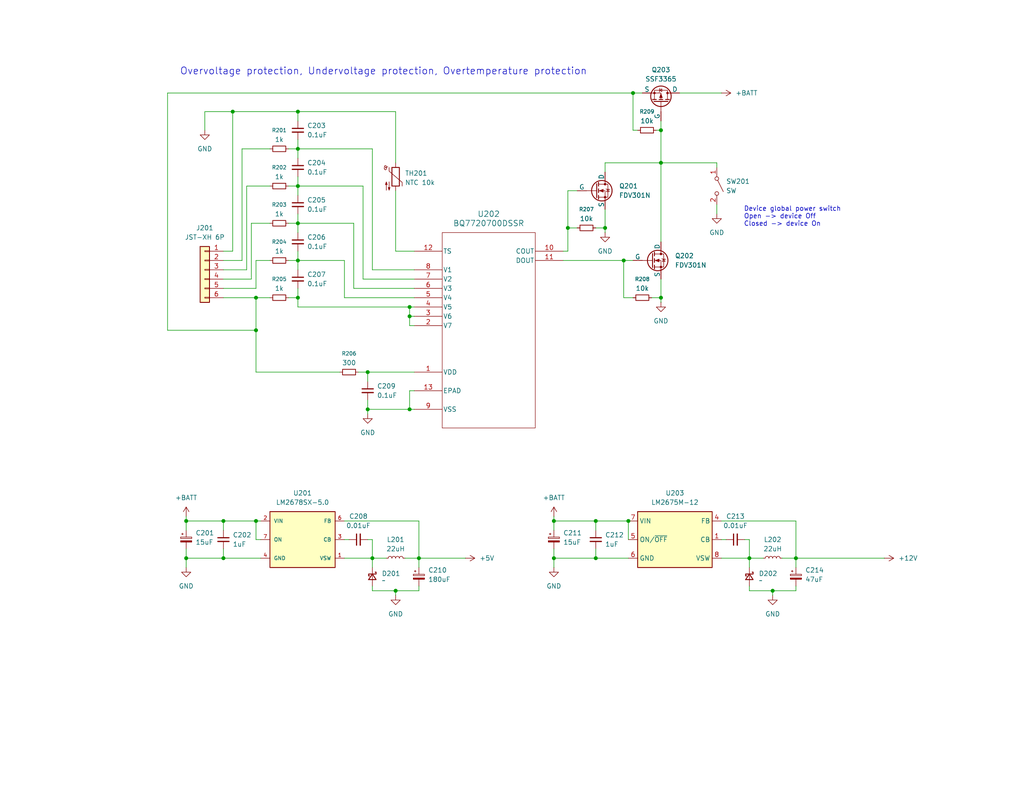
<source format=kicad_sch>
(kicad_sch (version 20250114) (generator "eeschema") (generator_version "9.0")
  (paper "USLetter")
  (title_block (title "Cyclops (Team 30)") (date "2025-11-28") (rev "2.1") (company "Concordia University, Department of Electrical and Computer Engineering"))
  (lib_symbols
    (symbol "BQ7720700DSSR:BQ7720700DSSR" (pin_names (offset 0.254))
      (property "Reference" "U" (at 20.32 10.16 0))
      (property "Value" "BQ7720700DSSR" (at 20.32 7.62 0))
      (symbol "BQ7720700DSSR_0_1"
        (polyline (pts (xy 7.62 5.08) (xy 7.62 -48.26)) (stroke (width 0.127)))
        (polyline (pts (xy 7.62 -48.26) (xy 33.02 -48.26)) (stroke (width 0.127)))
        (polyline (pts (xy 33.02 5.08) (xy 7.62 5.08)) (stroke (width 0.127)))
        (polyline (pts (xy 33.02 -48.26) (xy 33.02 5.08)) (stroke (width 0.127)))
        (pin input line (at 0 0 0) (length 7.62) (name "TS") (number "12"))
        (pin input line (at 0 -5.08 0) (length 7.62) (name "V1") (number "8"))
        (pin input line (at 0 -7.62 0) (length 7.62) (name "V2") (number "7"))
        (pin input line (at 0 -10.16 0) (length 7.62) (name "V3") (number "6"))
        (pin input line (at 0 -12.7 0) (length 7.62) (name "V4") (number "5"))
        (pin input line (at 0 -15.24 0) (length 7.62) (name "V5") (number "4"))
        (pin input line (at 0 -17.78 0) (length 7.62) (name "V6") (number "3"))
        (pin input line (at 0 -20.32 0) (length 7.62) (name "V7") (number "2"))
        (pin power_in line (at 0 -33.02 0) (length 7.62) (name "VDD") (number "1"))
        (pin power_out line (at 0 -38.1 0) (length 7.62) (name "EPAD") (number "13"))
        (pin power_out line (at 0 -43.18 0) (length 7.62) (name "VSS") (number "9"))
        (pin output line (at 40.64 0 180) (length 7.62) (name "COUT") (number "10"))
        (pin output line (at 40.64 -2.54 180) (length 7.62) (name "DOUT") (number "11"))
      )
    )
    (symbol "Connector_Generic:Conn_01x06" (pin_names (offset 1.016) (hide yes))
      (property "Reference" "J" (at 0 7.62 0))
      (property "Value" "Conn_01x06" (at 0 -10.16 0))
      (symbol "Conn_01x06_1_1"
        (rectangle (start -1.27 6.35) (end 1.27 -8.89) (stroke (width 0.254)) (fill (type background)))
        (rectangle (start -1.27 5.207) (end 0 4.953) (stroke (width 0.1524)))
        (rectangle (start -1.27 2.667) (end 0 2.413) (stroke (width 0.1524)))
        (rectangle (start -1.27 0.127) (end 0 -0.127) (stroke (width 0.1524)))
        (rectangle (start -1.27 -2.413) (end 0 -2.667) (stroke (width 0.1524)))
        (rectangle (start -1.27 -4.953) (end 0 -5.207) (stroke (width 0.1524)))
        (rectangle (start -1.27 -7.493) (end 0 -7.747) (stroke (width 0.1524)))
        (pin passive line (at -5.08 5.08 0) (length 3.81) (name "Pin_1") (number "1"))
        (pin passive line (at -5.08 2.54 0) (length 3.81) (name "Pin_2") (number "2"))
        (pin passive line (at -5.08 0 0) (length 3.81) (name "Pin_3") (number "3"))
        (pin passive line (at -5.08 -2.54 0) (length 3.81) (name "Pin_4") (number "4"))
        (pin passive line (at -5.08 -5.08 0) (length 3.81) (name "Pin_5") (number "5"))
        (pin passive line (at -5.08 -7.62 0) (length 3.81) (name "Pin_6") (number "6"))
      )
    )
    (symbol "Device:C_Polarized_Small" (pin_numbers (hide yes)) (pin_names (offset 0.254) (hide yes))
      (property "Reference" "C" (at 0.254 1.778 0))
      (property "Value" "C_Polarized_Small" (at 0.254 -2.032 0))
      (symbol "C_Polarized_Small_0_1"
        (rectangle (start -1.524 0.6858) (end 1.524 0.3048))
        (rectangle (start -1.524 -0.3048) (end 1.524 -0.6858) (fill (type outline)))
        (polyline (pts (xy -1.27 1.524) (xy -0.762 1.524)))
        (polyline (pts (xy -1.016 1.27) (xy -1.016 1.778)))
      )
      (symbol "C_Polarized_Small_1_1"
        (pin passive line (at 0 2.54 270) (length 1.8542) (name "~") (number "1"))
        (pin passive line (at 0 -2.54 90) (length 1.8542) (name "~") (number "2"))
      )
    )
    (symbol "Device:C_Small" (pin_numbers (hide yes)) (pin_names (offset 0.254) (hide yes))
      (property "Reference" "C" (at 0.254 1.778 0))
      (property "Value" "C_Small" (at 0.254 -2.032 0))
      (symbol "C_Small_0_1"
        (polyline (pts (xy -1.524 0.508) (xy 1.524 0.508)) (stroke (width 0.3048)))
        (polyline (pts (xy -1.524 -0.508) (xy 1.524 -0.508)) (stroke (width 0.3302)))
      )
      (symbol "C_Small_1_1"
        (pin passive line (at 0 2.54 270) (length 2.032) (name "~") (number "1"))
        (pin passive line (at 0 -2.54 90) (length 2.032) (name "~") (number "2"))
      )
    )
    (symbol "Device:D_Schottky_Small" (pin_numbers (hide yes)) (pin_names (offset 0.254) (hide yes))
      (property "Reference" "D" (at -1.27 2.032 0))
      (property "Value" "D_Schottky_Small" (at -7.112 -2.032 0))
      (symbol "D_Schottky_Small_0_1"
        (polyline (pts (xy -1.27 0.762) (xy -1.27 1.016) (xy -0.762 1.016) (xy -0.762 -1.016) (xy -0.254 -1.016) (xy -0.254 -0.762)) (stroke (width 0.254)))
        (polyline (pts (xy -0.762 0) (xy 0.762 0)))
        (polyline (pts (xy 0.762 -1.016) (xy -0.762 0) (xy 0.762 1.016) (xy 0.762 -1.016)) (stroke (width 0.254)))
      )
      (symbol "D_Schottky_Small_1_1"
        (pin passive line (at -2.54 0 0) (length 1.778) (name "K") (number "1"))
        (pin passive line (at 2.54 0 180) (length 1.778) (name "A") (number "2"))
      )
    )
    (symbol "Device:L_Small" (pin_numbers (hide yes)) (pin_names (offset 0.254) (hide yes))
      (property "Reference" "L" (at 0.762 1.016 0))
      (property "Value" "L_Small" (at 0.762 -1.016 0))
      (symbol "L_Small_0_1"
        (arc (start 0 2.032) (mid 0.5058 1.524) (end 0 1.016))
        (arc (start 0 1.016) (mid 0.5058 0.508) (end 0 0))
        (arc (start 0 0) (mid 0.5058 -0.508) (end 0 -1.016))
        (arc (start 0 -1.016) (mid 0.5058 -1.524) (end 0 -2.032))
      )
      (symbol "L_Small_1_1"
        (pin passive line (at 0 2.54 270) (length 0.508) (name "~") (number "1"))
        (pin passive line (at 0 -2.54 90) (length 0.508) (name "~") (number "2"))
      )
    )
    (symbol "Device:R_Small" (pin_numbers (hide yes)) (pin_names (offset 0.254) (hide yes))
      (property "Reference" "R" (at 0 0 90))
      (property "Value" "R_Small" (at 1.778 0 90))
      (symbol "R_Small_0_1"
        (rectangle (start -0.762 1.778) (end 0.762 -1.778) (stroke (width 0.2032)))
      )
      (symbol "R_Small_1_1"
        (pin passive line (at 0 2.54 270) (length 0.762) (name "~") (number "1"))
        (pin passive line (at 0 -2.54 90) (length 0.762) (name "~") (number "2"))
      )
    )
    (symbol "Device:Thermistor_NTC" (pin_numbers (hide yes)) (pin_names (offset 0))
      (property "Reference" "TH" (at -4.445 0 90))
      (property "Value" "Thermistor_NTC" (at 3.175 0 90))
      (symbol "Thermistor_NTC_0_1"
        (arc (start -3.175 2.413) (mid -3.0506 2.3165) (end -3.048 2.159))
        (arc (start -3.048 2.794) (mid -2.9736 2.9736) (end -2.794 3.048))
        (arc (start -2.794 3.048) (mid -2.6144 2.9736) (end -2.54 2.794))
        (arc (start -2.794 2.54) (mid -2.9736 2.6144) (end -3.048 2.794))
        (arc (start -2.794 1.905) (mid -2.9736 1.9794) (end -3.048 2.159))
        (arc (start -2.54 2.159) (mid -2.6144 1.9794) (end -2.794 1.905))
        (arc (start -2.159 2.794) (mid -2.434 2.5608) (end -2.794 2.54))
        (polyline (pts (xy -2.54 2.159) (xy -2.54 2.794)))
        (polyline (pts (xy -2.54 -3.683) (xy -2.54 -1.397) (xy -2.794 -2.159) (xy -2.286 -2.159) (xy -2.54 -1.397) (xy -2.54 -1.651)) (fill (type outline)))
        (polyline (pts (xy -1.778 2.54) (xy -1.778 1.524) (xy 1.778 -1.524) (xy 1.778 -2.54)))
        (polyline (pts (xy -1.778 -1.397) (xy -1.778 -3.683) (xy -2.032 -2.921) (xy -1.524 -2.921) (xy -1.778 -3.683) (xy -1.778 -3.429)) (fill (type outline)))
        (rectangle (start -1.016 2.54) (end 1.016 -2.54) (stroke (width 0.254)))
      )
      (symbol "Thermistor_NTC_1_1"
        (pin passive line (at 0 3.81 270) (length 1.27) (name "~") (number "1"))
        (pin passive line (at 0 -3.81 90) (length 1.27) (name "~") (number "2"))
      )
    )
    (symbol "LM2678:LM2678" (pin_names (offset 1.016))
      (property "Reference" "IC" (at -7.62 8.28 0))
      (property "Value" "LM2678" (at -7.62 -10.16 0))
      (symbol "LM2678_0_0"
        (rectangle (start -7.62 -7.62) (end 10.16 7.62) (stroke (width 0.254)) (fill (type background)))
        (pin power_in line (at -10.16 5.08 0) (length 2.54) (name "VIN") (number "2"))
        (pin passive line (at -10.16 0 0) (length 2.54) (name "ON") (number "7"))
        (pin power_in line (at -10.16 -5.08 0) (length 2.54) (name "GND") (number "4"))
        (pin input line (at 12.7 5.08 180) (length 2.54) (name "FB") (number "6"))
        (pin input line (at 12.7 0 180) (length 2.54) (name "CB") (number "3"))
        (pin output line (at 12.7 -5.08 180) (length 2.54) (name "VSW") (number "1"))
      )
    )
    (symbol "Regulator_Switching:LM2675M-12"
      (property "Reference" "U201" (at 0 12.7 0))
      (property "Value" "LM2675M-12" (at 0 10.16 0))
      (symbol "LM2675M-12_0_1"
        (rectangle (start -10.16 7.62) (end 10.16 -7.62) (stroke (width 0.254)) (fill (type background)))
      )
      (symbol "LM2675M-12_1_1"
        (pin power_in line (at -12.7 5.08 0) (length 2.54) (name "VIN") (number "7"))
        (pin input line (at -12.7 0 0) (length 2.54) (name "ON/~{OFF}") (number "5"))
        (pin power_in line (at -12.7 -5.08 0) (length 2.54) (name "GND") (number "6"))
        (pin no_connect line (at -10.16 -2.54 0) (length 2.54) (hide yes) (name "NC") (number "2"))
        (pin no_connect line (at -10.16 -5.08 0) (length 2.54) (hide yes) (name "NC") (number "3"))
        (pin input line (at 12.7 5.08 180) (length 2.54) (name "FB") (number "4"))
        (pin input line (at 12.7 0 180) (length 2.54) (name "CB") (number "1"))
        (pin output line (at 12.7 -5.08 180) (length 2.54) (name "VSW") (number "8"))
      )
    )
    (symbol "Simulation_SPICE:NMOS" (pin_numbers (hide yes)) (pin_names (offset 0))
      (property "Reference" "Q" (at 5.08 1.27 0))
      (property "Value" "NMOS" (at 5.08 -1.27 0))
      (symbol "NMOS_0_1"
        (polyline (pts (xy 0.254 1.905) (xy 0.254 -1.905)) (stroke (width 0.254)))
        (polyline (pts (xy 0.254 0) (xy -2.54 0)))
        (polyline (pts (xy 0.762 2.286) (xy 0.762 1.27)) (stroke (width 0.254)))
        (polyline (pts (xy 0.762 0.508) (xy 0.762 -0.508)) (stroke (width 0.254)))
        (polyline (pts (xy 0.762 -1.27) (xy 0.762 -2.286)) (stroke (width 0.254)))
        (polyline (pts (xy 0.762 -1.778) (xy 3.302 -1.778) (xy 3.302 1.778) (xy 0.762 1.778)))
        (polyline (pts (xy 1.016 0) (xy 2.032 0.381) (xy 2.032 -0.381) (xy 1.016 0)) (fill (type outline)))
        (circle (center 1.651 0) (radius 2.794) (stroke (width 0.254)))
        (polyline (pts (xy 2.54 2.54) (xy 2.54 1.778)))
        (circle (center 2.54 1.778) (radius 0.254) (fill (type outline)))
        (circle (center 2.54 -1.778) (radius 0.254) (fill (type outline)))
        (polyline (pts (xy 2.54 -2.54) (xy 2.54 0) (xy 0.762 0)))
        (polyline (pts (xy 2.794 0.508) (xy 2.921 0.381) (xy 3.683 0.381) (xy 3.81 0.254)))
        (polyline (pts (xy 3.302 0.381) (xy 2.921 -0.254) (xy 3.683 -0.254) (xy 3.302 0.381)))
      )
      (symbol "NMOS_1_1"
        (pin input line (at -5.08 0 0) (length 2.54) (name "G") (number "2"))
        (pin passive line (at 2.54 5.08 270) (length 2.54) (name "D") (number "1"))
        (pin passive line (at 2.54 -5.08 90) (length 2.54) (name "S") (number "3"))
      )
    )
    (symbol "Simulation_SPICE:PMOS" (pin_numbers (hide yes)) (pin_names (offset 0))
      (property "Reference" "Q" (at 5.08 1.27 0))
      (property "Value" "PMOS" (at 5.08 -1.27 0))
      (symbol "PMOS_0_1"
        (polyline (pts (xy 0.254 1.905) (xy 0.254 -1.905)) (stroke (width 0.254)))
        (polyline (pts (xy 0.254 0) (xy -2.54 0)))
        (polyline (pts (xy 0.762 2.286) (xy 0.762 1.27)) (stroke (width 0.254)))
        (polyline (pts (xy 0.762 1.778) (xy 3.302 1.778) (xy 3.302 -1.778) (xy 0.762 -1.778)))
        (polyline (pts (xy 0.762 0.508) (xy 0.762 -0.508)) (stroke (width 0.254)))
        (polyline (pts (xy 0.762 -1.27) (xy 0.762 -2.286)) (stroke (width 0.254)))
        (circle (center 1.651 0) (radius 2.794) (stroke (width 0.254)))
        (polyline (pts (xy 2.286 0) (xy 1.27 0.381) (xy 1.27 -0.381) (xy 2.286 0)) (fill (type outline)))
        (polyline (pts (xy 2.54 2.54) (xy 2.54 1.778)))
        (circle (center 2.54 1.778) (radius 0.254) (fill (type outline)))
        (circle (center 2.54 -1.778) (radius 0.254) (fill (type outline)))
        (polyline (pts (xy 2.54 -2.54) (xy 2.54 0) (xy 0.762 0)))
        (polyline (pts (xy 2.794 -0.508) (xy 2.921 -0.381) (xy 3.683 -0.381) (xy 3.81 -0.254)))
        (polyline (pts (xy 3.302 -0.381) (xy 2.921 0.254) (xy 3.683 0.254) (xy 3.302 -0.381)))
      )
      (symbol "PMOS_1_1"
        (pin input line (at -5.08 0 0) (length 2.54) (name "G") (number "2"))
        (pin passive line (at 2.54 5.08 270) (length 2.54) (name "D") (number "1"))
        (pin passive line (at 2.54 -5.08 90) (length 2.54) (name "S") (number "3"))
      )
    )
    (symbol "Switch:SW_SPST" (pin_names (offset 0) (hide yes))
      (property "Reference" "SW" (at 0 3.175 0))
      (property "Value" "SW_SPST" (at 0 -2.54 0))
      (symbol "SW_SPST_0_0"
        (circle (center -2.032 0) (radius 0.508))
        (polyline (pts (xy -1.524 0.254) (xy 1.524 1.778)))
        (circle (center 2.032 0) (radius 0.508))
      )
      (symbol "SW_SPST_1_1"
        (pin passive line (at -5.08 0 0) (length 2.54) (name "A") (number "1"))
        (pin passive line (at 5.08 0 180) (length 2.54) (name "B") (number "2"))
      )
    )
    (symbol "power:+12V" (power) (pin_numbers (hide yes)) (pin_names (offset 0) (hide yes))
      (property "Value" "+12V" (at 0 3.556 0))
      (symbol "+12V_0_1"
        (polyline (pts (xy -0.762 1.27) (xy 0 2.54)))
        (polyline (pts (xy 0 2.54) (xy 0.762 1.27)))
        (polyline (pts (xy 0 0) (xy 0 2.54)))
      )
      (symbol "+12V_1_1"
        (pin power_in line (at 0 0 90) (length 0) (name "~") (number "1"))
      )
    )
    (symbol "power:+5V" (power) (pin_numbers (hide yes)) (pin_names (offset 0) (hide yes))
      (property "Value" "+5V" (at 0 3.556 0))
      (symbol "+5V_0_1"
        (polyline (pts (xy -0.762 1.27) (xy 0 2.54)))
        (polyline (pts (xy 0 2.54) (xy 0.762 1.27)))
        (polyline (pts (xy 0 0) (xy 0 2.54)))
      )
      (symbol "+5V_1_1"
        (pin power_in line (at 0 0 90) (length 0) (name "~") (number "1"))
      )
    )
    (symbol "power:+BATT" (power) (pin_numbers (hide yes)) (pin_names (offset 0) (hide yes))
      (property "Value" "+BATT" (at 0 3.556 0))
      (symbol "+BATT_0_1"
        (polyline (pts (xy -0.762 1.27) (xy 0 2.54)))
        (polyline (pts (xy 0 2.54) (xy 0.762 1.27)))
        (polyline (pts (xy 0 0) (xy 0 2.54)))
      )
      (symbol "+BATT_1_1"
        (pin power_in line (at 0 0 90) (length 0) (name "~") (number "1"))
      )
    )
    (symbol "power:GND" (power) (pin_numbers (hide yes)) (pin_names (offset 0) (hide yes))
      (property "Value" "GND" (at 0 -3.81 0))
      (symbol "GND_0_1"
        (polyline (pts (xy 0 0) (xy 0 -1.27) (xy 1.27 -1.27) (xy 0 -2.54) (xy -1.27 -1.27) (xy 0 -1.27)))
      )
      (symbol "GND_1_1"
        (pin power_in line (at 0 0 270) (length 0) (name "~") (number "1"))
      )
    )
  )
  (text "Overvoltage protection, Undervoltage protection, Overtemperature protection" (at 104.648 19.558 0) (effects (font (size 1.905 1.905))))
  (text "Device global power switch\nOpen -> device Off\nClosed -> device On" (at 202.946 59.182 0) (effects (font (size 1.27 1.27)) (justify left)))
  (junction (at 111.76 86.36))
  (junction (at 107.95 161.29))
  (junction (at 63.5 30.48))
  (junction (at 210.82 161.29))
  (junction (at 81.28 81.28))
  (junction (at 69.85 81.28))
  (junction (at 111.76 83.82))
  (junction (at 81.28 50.8))
  (junction (at 101.6 152.4))
  (junction (at 114.3 152.4))
  (junction (at 81.28 71.12))
  (junction (at 172.72 25.4))
  (junction (at 50.8 152.4))
  (junction (at 69.85 142.24))
  (junction (at 60.96 152.4))
  (junction (at 180.34 81.28))
  (junction (at 162.56 142.24))
  (junction (at 100.33 101.6))
  (junction (at 81.28 60.96))
  (junction (at 170.18 71.12))
  (junction (at 154.94 62.23))
  (junction (at 81.28 40.64))
  (junction (at 69.85 90.17))
  (junction (at 50.8 142.24))
  (junction (at 111.76 111.76))
  (junction (at 151.13 142.24))
  (junction (at 81.28 30.48))
  (junction (at 60.96 142.24))
  (junction (at 151.13 152.4))
  (junction (at 180.34 44.45))
  (junction (at 165.1 62.23))
  (junction (at 100.33 111.76))
  (junction (at 162.56 152.4))
  (junction (at 217.17 152.4))
  (junction (at 180.34 35.56))
  (junction (at 171.45 142.24))
  (junction (at 204.47 152.4))
  (wire (pts (xy 151.13 140.97) (xy 151.13 142.24)))
  (wire (pts (xy 107.95 44.45) (xy 107.95 30.48)))
  (wire (pts (xy 113.03 81.28) (xy 93.98 81.28)))
  (wire (pts (xy 217.17 161.29) (xy 210.82 161.29)))
  (wire (pts (xy 50.8 140.97) (xy 50.8 142.24)))
  (wire (pts (xy 107.95 30.48) (xy 81.28 30.48)))
  (wire (pts (xy 69.85 78.74) (xy 60.96 78.74)))
  (wire (pts (xy 172.72 25.4) (xy 172.72 35.56)))
  (wire (pts (xy 114.3 152.4) (xy 127 152.4)))
  (wire (pts (xy 101.6 73.66) (xy 101.6 40.64)))
  (wire (pts (xy 151.13 149.86) (xy 151.13 152.4)))
  (wire (pts (xy 69.85 142.24) (xy 69.85 147.32)))
  (wire (pts (xy 210.82 161.29) (xy 210.82 162.56)))
  (wire (pts (xy 93.98 152.4) (xy 101.6 152.4)))
  (wire (pts (xy 195.58 58.42) (xy 195.58 55.88)))
  (wire (pts (xy 151.13 142.24) (xy 151.13 144.78)))
  (wire (pts (xy 69.85 90.17) (xy 45.72 90.17)))
  (wire (pts (xy 67.31 73.66) (xy 67.31 50.8)))
  (wire (pts (xy 60.96 71.12) (xy 66.04 71.12)))
  (wire (pts (xy 217.17 142.24) (xy 217.17 152.4)))
  (wire (pts (xy 101.6 160.02) (xy 101.6 161.29)))
  (wire (pts (xy 81.28 60.96) (xy 96.52 60.96)))
  (wire (pts (xy 60.96 68.58) (xy 63.5 68.58)))
  (wire (pts (xy 69.85 71.12) (xy 69.85 78.74)))
  (wire (pts (xy 195.58 45.72) (xy 195.58 44.45)))
  (wire (pts (xy 60.96 149.86) (xy 60.96 152.4)))
  (wire (pts (xy 151.13 142.24) (xy 162.56 142.24)))
  (wire (pts (xy 113.03 76.2) (xy 99.06 76.2)))
  (wire (pts (xy 196.85 152.4) (xy 204.47 152.4)))
  (wire (pts (xy 78.74 40.64) (xy 81.28 40.64)))
  (wire (pts (xy 111.76 88.9) (xy 113.03 88.9)))
  (wire (pts (xy 50.8 142.24) (xy 60.96 142.24)))
  (wire (pts (xy 105.41 152.4) (xy 101.6 152.4)))
  (wire (pts (xy 101.6 147.32) (xy 101.6 152.4)))
  (wire (pts (xy 99.06 50.8) (xy 99.06 76.2)))
  (wire (pts (xy 113.03 68.58) (xy 107.95 68.58)))
  (wire (pts (xy 111.76 111.76) (xy 113.03 111.76)))
  (wire (pts (xy 107.95 52.07) (xy 107.95 68.58)))
  (wire (pts (xy 162.56 142.24) (xy 171.45 142.24)))
  (wire (pts (xy 81.28 83.82) (xy 81.28 81.28)))
  (wire (pts (xy 170.18 71.12) (xy 172.72 71.12)))
  (wire (pts (xy 68.58 60.96) (xy 73.66 60.96)))
  (wire (pts (xy 113.03 73.66) (xy 101.6 73.66)))
  (wire (pts (xy 93.98 71.12) (xy 81.28 71.12)))
  (wire (pts (xy 81.28 48.26) (xy 81.28 50.8)))
  (wire (pts (xy 217.17 160.02) (xy 217.17 161.29)))
  (wire (pts (xy 107.95 161.29) (xy 101.6 161.29)))
  (wire (pts (xy 113.03 106.68) (xy 111.76 106.68)))
  (wire (pts (xy 45.72 25.4) (xy 172.72 25.4)))
  (wire (pts (xy 107.95 161.29) (xy 107.95 162.56)))
  (wire (pts (xy 101.6 40.64) (xy 81.28 40.64)))
  (wire (pts (xy 100.33 101.6) (xy 113.03 101.6)))
  (wire (pts (xy 81.28 53.34) (xy 81.28 50.8)))
  (wire (pts (xy 114.3 152.4) (xy 114.3 154.94)))
  (wire (pts (xy 50.8 149.86) (xy 50.8 152.4)))
  (wire (pts (xy 78.74 50.8) (xy 81.28 50.8)))
  (wire (pts (xy 101.6 152.4) (xy 101.6 154.94)))
  (wire (pts (xy 63.5 30.48) (xy 81.28 30.48)))
  (wire (pts (xy 172.72 81.28) (xy 170.18 81.28)))
  (wire (pts (xy 69.85 101.6) (xy 92.71 101.6)))
  (wire (pts (xy 154.94 62.23) (xy 157.48 62.23)))
  (wire (pts (xy 165.1 46.99) (xy 165.1 44.45)))
  (wire (pts (xy 180.34 81.28) (xy 180.34 82.55)))
  (wire (pts (xy 217.17 152.4) (xy 217.17 154.94)))
  (wire (pts (xy 165.1 44.45) (xy 180.34 44.45)))
  (wire (pts (xy 100.33 101.6) (xy 100.33 104.14)))
  (wire (pts (xy 81.28 83.82) (xy 111.76 83.82)))
  (wire (pts (xy 93.98 142.24) (xy 114.3 142.24)))
  (wire (pts (xy 171.45 142.24) (xy 171.45 147.32)))
  (wire (pts (xy 60.96 73.66) (xy 67.31 73.66)))
  (wire (pts (xy 81.28 60.96) (xy 81.28 63.5)))
  (wire (pts (xy 96.52 60.96) (xy 96.52 78.74)))
  (wire (pts (xy 63.5 68.58) (xy 63.5 30.48)))
  (wire (pts (xy 100.33 109.22) (xy 100.33 111.76)))
  (wire (pts (xy 55.88 35.56) (xy 55.88 30.48)))
  (wire (pts (xy 173.99 35.56) (xy 172.72 35.56)))
  (wire (pts (xy 196.85 142.24) (xy 217.17 142.24)))
  (wire (pts (xy 162.56 149.86) (xy 162.56 152.4)))
  (wire (pts (xy 111.76 106.68) (xy 111.76 111.76)))
  (wire (pts (xy 81.28 58.42) (xy 81.28 60.96)))
  (wire (pts (xy 50.8 142.24) (xy 50.8 144.78)))
  (wire (pts (xy 60.96 76.2) (xy 68.58 76.2)))
  (wire (pts (xy 78.74 60.96) (xy 81.28 60.96)))
  (wire (pts (xy 180.34 33.02) (xy 180.34 35.56)))
  (wire (pts (xy 81.28 50.8) (xy 99.06 50.8)))
  (wire (pts (xy 111.76 83.82) (xy 113.03 83.82)))
  (wire (pts (xy 185.42 25.4) (xy 196.85 25.4)))
  (wire (pts (xy 208.28 152.4) (xy 204.47 152.4)))
  (wire (pts (xy 217.17 152.4) (xy 241.3 152.4)))
  (wire (pts (xy 81.28 38.1) (xy 81.28 40.64)))
  (wire (pts (xy 162.56 142.24) (xy 162.56 144.78)))
  (wire (pts (xy 60.96 142.24) (xy 69.85 142.24)))
  (wire (pts (xy 45.72 90.17) (xy 45.72 25.4)))
  (wire (pts (xy 204.47 147.32) (xy 204.47 152.4)))
  (wire (pts (xy 177.8 81.28) (xy 180.34 81.28)))
  (wire (pts (xy 154.94 52.07) (xy 154.94 62.23)))
  (wire (pts (xy 198.12 147.32) (xy 196.85 147.32)))
  (wire (pts (xy 67.31 50.8) (xy 73.66 50.8)))
  (wire (pts (xy 71.12 152.4) (xy 60.96 152.4)))
  (wire (pts (xy 210.82 161.29) (xy 204.47 161.29)))
  (wire (pts (xy 203.2 147.32) (xy 204.47 147.32)))
  (wire (pts (xy 69.85 90.17) (xy 69.85 101.6)))
  (wire (pts (xy 100.33 113.03) (xy 100.33 111.76)))
  (wire (pts (xy 60.96 142.24) (xy 60.96 144.78)))
  (wire (pts (xy 100.33 111.76) (xy 111.76 111.76)))
  (wire (pts (xy 69.85 81.28) (xy 69.85 90.17)))
  (wire (pts (xy 66.04 71.12) (xy 66.04 40.64)))
  (wire (pts (xy 114.3 142.24) (xy 114.3 152.4)))
  (wire (pts (xy 154.94 62.23) (xy 154.94 68.58)))
  (wire (pts (xy 95.25 147.32) (xy 93.98 147.32)))
  (wire (pts (xy 179.07 35.56) (xy 180.34 35.56)))
  (wire (pts (xy 204.47 160.02) (xy 204.47 161.29)))
  (wire (pts (xy 165.1 62.23) (xy 165.1 57.15)))
  (wire (pts (xy 71.12 142.24) (xy 69.85 142.24)))
  (wire (pts (xy 81.28 68.58) (xy 81.28 71.12)))
  (wire (pts (xy 180.34 44.45) (xy 195.58 44.45)))
  (wire (pts (xy 78.74 71.12) (xy 81.28 71.12)))
  (wire (pts (xy 153.67 71.12) (xy 170.18 71.12)))
  (wire (pts (xy 55.88 30.48) (xy 63.5 30.48)))
  (wire (pts (xy 69.85 81.28) (xy 73.66 81.28)))
  (wire (pts (xy 93.98 81.28) (xy 93.98 71.12)))
  (wire (pts (xy 111.76 83.82) (xy 111.76 86.36)))
  (wire (pts (xy 180.34 76.2) (xy 180.34 81.28)))
  (wire (pts (xy 162.56 62.23) (xy 165.1 62.23)))
  (wire (pts (xy 157.48 52.07) (xy 154.94 52.07)))
  (wire (pts (xy 154.94 68.58) (xy 153.67 68.58)))
  (wire (pts (xy 68.58 76.2) (xy 68.58 60.96)))
  (wire (pts (xy 96.52 78.74) (xy 113.03 78.74)))
  (wire (pts (xy 114.3 161.29) (xy 107.95 161.29)))
  (wire (pts (xy 81.28 30.48) (xy 81.28 33.02)))
  (wire (pts (xy 110.49 152.4) (xy 114.3 152.4)))
  (wire (pts (xy 151.13 152.4) (xy 151.13 154.94)))
  (wire (pts (xy 213.36 152.4) (xy 217.17 152.4)))
  (wire (pts (xy 162.56 152.4) (xy 171.45 152.4)))
  (wire (pts (xy 111.76 86.36) (xy 113.03 86.36)))
  (wire (pts (xy 73.66 71.12) (xy 69.85 71.12)))
  (wire (pts (xy 172.72 25.4) (xy 175.26 25.4)))
  (wire (pts (xy 71.12 147.32) (xy 69.85 147.32)))
  (wire (pts (xy 165.1 63.5) (xy 165.1 62.23)))
  (wire (pts (xy 97.79 101.6) (xy 100.33 101.6)))
  (wire (pts (xy 66.04 40.64) (xy 73.66 40.64)))
  (wire (pts (xy 114.3 160.02) (xy 114.3 161.29)))
  (wire (pts (xy 100.33 147.32) (xy 101.6 147.32)))
  (wire (pts (xy 180.34 44.45) (xy 180.34 66.04)))
  (wire (pts (xy 50.8 152.4) (xy 60.96 152.4)))
  (wire (pts (xy 81.28 43.18) (xy 81.28 40.64)))
  (wire (pts (xy 78.74 81.28) (xy 81.28 81.28)))
  (wire (pts (xy 111.76 88.9) (xy 111.76 86.36)))
  (wire (pts (xy 60.96 81.28) (xy 69.85 81.28)))
  (wire (pts (xy 50.8 152.4) (xy 50.8 154.94)))
  (wire (pts (xy 81.28 78.74) (xy 81.28 81.28)))
  (wire (pts (xy 81.28 73.66) (xy 81.28 71.12)))
  (wire (pts (xy 180.34 35.56) (xy 180.34 44.45)))
  (wire (pts (xy 151.13 152.4) (xy 162.56 152.4)))
  (wire (pts (xy 170.18 71.12) (xy 170.18 81.28)))
  (wire (pts (xy 204.47 152.4) (xy 204.47 154.94)))
  (symbol (lib_id "power:+BATT") (at 151.13 140.97 0) (unit 1)
    (property "Reference" "#PWR0207" (effects (hide yes)))
    (property "Value" "+BATT" (at 151.13 135.89 0))
    (property "Description" "Power symbol creates a global label with name \"+BATT\"" (effects (hide yes)))
  )
  (symbol (lib_id "Device:C_Polarized_Small") (at 217.17 157.48 0) (unit 1)
    (property "Reference" "C214" (at 219.71 155.6638 0) (effects (justify left)))
    (property "Value" "47uF" (at 219.71 158.2038 0) (effects (justify left)))
    (property "Footprint" "Capacitor_SMD:C_1206_3216Metric_Pad1.33x1.80mm_HandSolder" (effects (hide yes)))
    (property "Description" "Polarized capacitor, small symbol" (effects (hide yes)))
  )
  (symbol (lib_id "Device:R_Small") (at 76.2 71.12 90) (unit 1)
    (property "Reference" "R204" (at 76.2 66.04 90) (effects (font (size 1.016 1.016))))
    (property "Value" "1k" (at 76.2 68.58 90))
    (property "Footprint" "Resistor_SMD:R_1206_3216Metric_Pad1.30x1.75mm_HandSolder" (effects (hide yes)))
    (property "Description" "Resistor, small symbol" (effects (hide yes)))
  )
  (symbol (lib_id "Device:R_Small") (at 175.26 81.28 90) (unit 1)
    (property "Reference" "R208" (at 175.26 76.2 90) (effects (font (size 1.016 1.016))))
    (property "Value" "10k" (at 175.26 78.74 90))
    (property "Footprint" "Resistor_SMD:R_1206_3216Metric_Pad1.30x1.75mm_HandSolder" (effects (hide yes)))
    (property "Description" "Resistor, small symbol" (effects (hide yes)))
  )
  (symbol (lib_id "Simulation_SPICE:NMOS") (at 177.8 71.12 0) (unit 1)
    (property "Reference" "Q202" (at 184.15 69.8499 0) (effects (justify left)))
    (property "Value" "FDV301N" (at 184.15 72.3899 0) (effects (justify left)))
    (property "Footprint" "Package_TO_SOT_SMD:SOT-23-3" (effects (hide yes)))
    (property "Datasheet" "https://ngspice.sourceforge.io/docs/ngspice-html-manual/manual.xhtml#cha_MOSFETs" (effects (hide yes)))
    (property "Description" "N-MOSFET transistor, drain/source/gate" (effects (hide yes)))
    (property "Sim.Device" "NMOS" (effects (hide yes)))
    (property "Sim.Type" "VDMOS" (effects (hide yes)))
    (property "Sim.Pins" "1=D 2=G 3=S" (effects (hide yes)))
  )
  (symbol (lib_id "Device:C_Small") (at 81.28 76.2 0) (unit 1)
    (property "Reference" "C207" (at 83.82 74.9362 0) (effects (justify left)))
    (property "Value" "0.1uF" (at 83.82 77.4762 0) (effects (justify left)))
    (property "Footprint" "Capacitor_SMD:C_1206_3216Metric_Pad1.33x1.80mm_HandSolder" (effects (hide yes)))
    (property "Description" "Unpolarized capacitor, small symbol" (effects (hide yes)))
  )
  (symbol (lib_id "power:GND") (at 165.1 63.5 0) (unit 1)
    (property "Reference" "#PWR0209" (effects (hide yes)))
    (property "Value" "GND" (at 165.1 68.58 0))
    (property "Description" "Power symbol creates a global label with name \"GND\" , ground" (effects (hide yes)))
  )
  (symbol (lib_id "Device:C_Small") (at 60.96 147.32 0) (unit 1)
    (property "Reference" "C202" (at 63.5 146.0562 0) (effects (justify left)))
    (property "Value" "1uF" (at 63.5 148.5962 0) (effects (justify left)))
    (property "Footprint" "Capacitor_SMD:C_1206_3216Metric_Pad1.33x1.80mm_HandSolder" (effects (hide yes)))
    (property "Description" "Unpolarized capacitor, small symbol" (effects (hide yes)))
  )
  (symbol (lib_id "LM2678:LM2678") (at 81.28 147.32 0) (unit 1)
    (property "Reference" "U201" (at 82.55 134.62 0))
    (property "Value" "LM2678SX-5.0" (at 82.55 137.16 0))
    (property "Footprint" "Package_TO_SOT_SMD:TO-263-7_TabPin4" (effects (hide yes)))
    (property "MF" "Texas Instruments" (effects (hide yes)))
    (property "Description_1" "LM2678 SIMPLE SWITCHER High Efficiency 5A Step-Down Voltage Regulator" (effects (hide yes)))
    (property "Package" "None" (effects (hide yes)))
    (property "Price" "None" (effects (hide yes)))
    (property "SnapEDA_Link" "https://www.snapeda.com/parts/LM2678/Texas+Instruments/view-part/?ref=snap" (effects (hide yes)))
    (property "MP" "LM2678" (effects (hide yes)))
    (property "Availability" "Not in stock" (effects (hide yes)))
    (property "Check_prices" "https://www.snapeda.com/parts/LM2678/Texas+Instruments/view-part/?ref=eda" (effects (hide yes)))
  )
  (symbol (lib_id "Device:Thermistor_NTC") (at 107.95 48.26 0) (unit 1)
    (property "Reference" "TH201" (at 110.49 47.3074 0) (effects (justify left)))
    (property "Value" "NTC 10k" (at 110.49 49.8474 0) (effects (justify left)))
    (property "Footprint" "Connector_JST:JST_ZH_S2B-ZR-SM4A-TF_1x02-1MP_P1.50mm_Horizontal" (effects (hide yes)))
    (property "Description" "Temperature dependent resistor, negative temperature coefficient" (effects (hide yes)))
  )
  (symbol (lib_id "Device:R_Small") (at 76.2 60.96 90) (unit 1)
    (property "Reference" "R203" (at 76.2 55.88 90) (effects (font (size 1.016 1.016))))
    (property "Value" "1k" (at 76.2 58.42 90))
    (property "Footprint" "Resistor_SMD:R_1206_3216Metric_Pad1.30x1.75mm_HandSolder" (effects (hide yes)))
    (property "Description" "Resistor, small symbol" (effects (hide yes)))
  )
  (symbol (lib_id "Device:D_Schottky_Small") (at 204.47 157.48 270) (unit 1)
    (property "Reference" "D202" (at 207.01 156.5909 90) (effects (justify left)))
    (property "Value" "~" (at 207.01 158.496 90) (effects (justify left)))
    (property "Footprint" "Diode_THT:D_DO-41_SOD81_P10.16mm_Horizontal" (effects (hide yes)))
    (property "Description" "Schottky diode, small symbol" (effects (hide yes)))
  )
  (symbol (lib_id "Device:C_Small") (at 81.28 66.04 0) (unit 1)
    (property "Reference" "C206" (at 83.82 64.7762 0) (effects (justify left)))
    (property "Value" "0.1uF" (at 83.82 67.3162 0) (effects (justify left)))
    (property "Footprint" "Capacitor_SMD:C_1206_3216Metric_Pad1.33x1.80mm_HandSolder" (effects (hide yes)))
    (property "Description" "Unpolarized capacitor, small symbol" (effects (hide yes)))
  )
  (symbol (lib_id "Device:C_Small") (at 97.79 147.32 90) (unit 1)
    (property "Reference" "C208" (at 97.7963 140.97 90))
    (property "Value" "0.01uF" (at 97.7963 143.51 90))
    (property "Footprint" "Capacitor_SMD:C_1206_3216Metric_Pad1.33x1.80mm_HandSolder" (effects (hide yes)))
    (property "Description" "Unpolarized capacitor, small symbol" (effects (hide yes)))
  )
  (symbol (lib_id "Device:R_Small") (at 176.53 35.56 270) (unit 1)
    (property "Reference" "R209" (at 176.53 30.48 90) (effects (font (size 1.016 1.016))))
    (property "Value" "10k" (at 176.53 33.02 90))
    (property "Footprint" "Resistor_SMD:R_1206_3216Metric_Pad1.30x1.75mm_HandSolder" (effects (hide yes)))
    (property "Description" "Resistor, small symbol" (effects (hide yes)))
  )
  (symbol (lib_id "Device:R_Small") (at 160.02 62.23 90) (unit 1)
    (property "Reference" "R207" (at 160.02 57.15 90) (effects (font (size 1.016 1.016))))
    (property "Value" "10k" (at 160.02 59.69 90))
    (property "Footprint" "Resistor_SMD:R_1206_3216Metric_Pad1.30x1.75mm_HandSolder" (effects (hide yes)))
    (property "Description" "Resistor, small symbol" (effects (hide yes)))
  )
  (symbol (lib_id "Device:C_Small") (at 100.33 106.68 0) (unit 1)
    (property "Reference" "C209" (at 102.87 105.4162 0) (effects (justify left)))
    (property "Value" "0.1uF" (at 102.87 107.9562 0) (effects (justify left)))
    (property "Footprint" "Capacitor_SMD:C_1206_3216Metric_Pad1.33x1.80mm_HandSolder" (effects (hide yes)))
    (property "Description" "Unpolarized capacitor, small symbol" (effects (hide yes)))
  )
  (symbol (lib_id "Connector_Generic:Conn_01x06") (at 55.88 73.66 0) (mirror y) (unit 1)
    (property "Reference" "J201" (at 55.88 62.23 0))
    (property "Value" "JST-XH 6P" (at 55.88 64.77 0))
    (property "Footprint" "Connector_JST:JST_XH_S6B-XH-A-1_1x06_P2.50mm_Horizontal" (effects (hide yes)))
    (property "Description" "Generic connector, single row, 01x06, script generated (kicad-library-utils/schlib/autogen/connector/)" (effects (hide yes)))
  )
  (symbol (lib_id "power:GND") (at 151.13 154.94 0) (unit 1)
    (property "Reference" "#PWR0208" (effects (hide yes)))
    (property "Value" "GND" (at 151.13 160.02 0))
    (property "Description" "Power symbol creates a global label with name \"GND\" , ground" (effects (hide yes)))
  )
  (symbol (lib_id "power:GND") (at 55.88 35.56 0) (unit 1)
    (property "Reference" "#PWR0203" (effects (hide yes)))
    (property "Value" "GND" (at 55.88 40.64 0))
    (property "Description" "Power symbol creates a global label with name \"GND\" , ground" (effects (hide yes)))
  )
  (symbol (lib_id "Device:R_Small") (at 95.25 101.6 90) (unit 1)
    (property "Reference" "R206" (at 95.25 96.52 90) (effects (font (size 1.016 1.016))))
    (property "Value" "300" (at 95.25 99.06 90))
    (property "Footprint" "Resistor_SMD:R_1206_3216Metric_Pad1.30x1.75mm_HandSolder" (effects (hide yes)))
    (property "Description" "Resistor, small symbol" (effects (hide yes)))
  )
  (symbol (lib_id "Device:C_Polarized_Small") (at 114.3 157.48 0) (unit 1)
    (property "Reference" "C210" (at 116.84 155.6638 0) (effects (justify left)))
    (property "Value" "180uF" (at 116.84 158.2038 0) (effects (justify left)))
    (property "Footprint" "Capacitor_THT:CP_Radial_D8.0mm_P3.50mm" (effects (hide yes)))
    (property "Description" "Polarized capacitor, small symbol" (effects (hide yes)))
  )
  (symbol (lib_id "power:GND") (at 180.34 82.55 0) (unit 1)
    (property "Reference" "#PWR0210" (effects (hide yes)))
    (property "Value" "GND" (at 180.34 87.63 0))
    (property "Description" "Power symbol creates a global label with name \"GND\" , ground" (effects (hide yes)))
  )
  (symbol (lib_id "Device:C_Small") (at 81.28 55.88 0) (unit 1)
    (property "Reference" "C205" (at 83.82 54.6162 0) (effects (justify left)))
    (property "Value" "0.1uF" (at 83.82 57.1562 0) (effects (justify left)))
    (property "Footprint" "Capacitor_SMD:C_1206_3216Metric_Pad1.33x1.80mm_HandSolder" (effects (hide yes)))
    (property "Description" "Unpolarized capacitor, small symbol" (effects (hide yes)))
  )
  (symbol (lib_id "power:GND") (at 210.82 162.56 0) (unit 1)
    (property "Reference" "#PWR0213" (effects (hide yes)))
    (property "Value" "GND" (at 210.82 167.64 0))
    (property "Description" "Power symbol creates a global label with name \"GND\" , ground" (effects (hide yes)))
  )
  (symbol (lib_id "Device:C_Polarized_Small") (at 50.8 147.32 0) (unit 1)
    (property "Reference" "C201" (at 53.34 145.5038 0) (effects (justify left)))
    (property "Value" "15uF" (at 53.34 148.0438 0) (effects (justify left)))
    (property "Footprint" "Capacitor_THT:CP_Radial_D5.0mm_P2.50mm" (effects (hide yes)))
    (property "Description" "Polarized capacitor, small symbol" (effects (hide yes)))
  )
  (symbol (lib_id "Device:R_Small") (at 76.2 40.64 90) (unit 1)
    (property "Reference" "R201" (at 76.2 35.56 90) (effects (font (size 1.016 1.016))))
    (property "Value" "1k" (at 76.2 38.1 90))
    (property "Footprint" "Resistor_SMD:R_1206_3216Metric_Pad1.30x1.75mm_HandSolder" (effects (hide yes)))
    (property "Description" "Resistor, small symbol" (effects (hide yes)))
  )
  (symbol (lib_id "power:GND") (at 107.95 162.56 0) (unit 1)
    (property "Reference" "#PWR0205" (effects (hide yes)))
    (property "Value" "GND" (at 107.95 167.64 0))
    (property "Description" "Power symbol creates a global label with name \"GND\" , ground" (effects (hide yes)))
  )
  (symbol (lib_id "power:GND") (at 100.33 113.03 0) (unit 1)
    (property "Reference" "#PWR0204" (effects (hide yes)))
    (property "Value" "GND" (at 100.33 118.11 0))
    (property "Description" "Power symbol creates a global label with name \"GND\" , ground" (effects (hide yes)))
  )
  (symbol (lib_id "Simulation_SPICE:PMOS") (at 180.34 27.94 270) (mirror x) (unit 1)
    (property "Reference" "Q203" (at 180.34 19.05 90))
    (property "Value" "SSF3365" (at 180.34 21.59 90))
    (property "Footprint" "Package_TO_SOT_SMD:SOT-23-3" (effects (hide yes)))
    (property "Datasheet" "https://ngspice.sourceforge.io/docs/ngspice-html-manual/manual.xhtml#cha_MOSFETs" (effects (hide yes)))
    (property "Description" "P-MOSFET transistor, drain/source/gate" (effects (hide yes)))
    (property "Sim.Device" "PMOS" (effects (hide yes)))
    (property "Sim.Type" "VDMOS" (effects (hide yes)))
    (property "Sim.Pins" "1=D 2=G 3=S" (effects (hide yes)))
  )
  (symbol (lib_id "Device:C_Polarized_Small") (at 151.13 147.32 0) (unit 1)
    (property "Reference" "C211" (at 153.67 145.5038 0) (effects (justify left)))
    (property "Value" "15uF" (at 153.67 148.0438 0) (effects (justify left)))
    (property "Footprint" "Capacitor_THT:CP_Radial_D5.0mm_P2.50mm" (effects (hide yes)))
    (property "Description" "Polarized capacitor, small symbol" (effects (hide yes)))
  )
  (symbol (lib_id "Device:R_Small") (at 76.2 50.8 90) (unit 1)
    (property "Reference" "R202" (at 76.2 45.72 90) (effects (font (size 1.016 1.016))))
    (property "Value" "1k" (at 76.2 48.26 90))
    (property "Footprint" "Resistor_SMD:R_1206_3216Metric_Pad1.30x1.75mm_HandSolder" (effects (hide yes)))
    (property "Description" "Resistor, small symbol" (effects (hide yes)))
  )
  (symbol (lib_id "power:+5V") (at 127 152.4 270) (unit 1)
    (property "Reference" "#PWR0206" (effects (hide yes)))
    (property "Value" "+5V" (at 130.81 152.3999 90) (effects (justify left)))
    (property "Description" "Power symbol creates a global label with name \"+5V\"" (effects (hide yes)))
  )
  (symbol (lib_id "power:GND") (at 195.58 58.42 0) (unit 1)
    (property "Reference" "#PWR0211" (effects (hide yes)))
    (property "Value" "GND" (at 195.58 63.5 0))
    (property "Description" "Power symbol creates a global label with name \"GND\" , ground" (effects (hide yes)))
  )
  (symbol (lib_id "Device:C_Small") (at 81.28 45.72 0) (unit 1)
    (property "Reference" "C204" (at 83.82 44.4562 0) (effects (justify left)))
    (property "Value" "0.1uF" (at 83.82 46.9962 0) (effects (justify left)))
    (property "Footprint" "Capacitor_SMD:C_1206_3216Metric_Pad1.33x1.80mm_HandSolder" (effects (hide yes)))
    (property "Description" "Unpolarized capacitor, small symbol" (effects (hide yes)))
  )
  (symbol (lib_id "Device:C_Small") (at 81.28 35.56 0) (unit 1)
    (property "Reference" "C203" (at 83.82 34.2962 0) (effects (justify left)))
    (property "Value" "0.1uF" (at 83.82 36.8362 0) (effects (justify left)))
    (property "Footprint" "Capacitor_SMD:C_1206_3216Metric_Pad1.33x1.80mm_HandSolder" (effects (hide yes)))
    (property "Description" "Unpolarized capacitor, small symbol" (effects (hide yes)))
  )
  (symbol (lib_id "power:+BATT") (at 196.85 25.4 270) (unit 1)
    (property "Reference" "#PWR0212" (effects (hide yes)))
    (property "Value" "+BATT" (at 200.66 25.3999 90) (effects (justify left)))
    (property "Description" "Power symbol creates a global label with name \"+BATT\"" (effects (hide yes)))
  )
  (symbol (lib_id "Device:L_Small") (at 107.95 152.4 90) (unit 1)
    (property "Reference" "L201" (at 107.95 147.32 90))
    (property "Value" "22uH" (at 107.95 149.86 90))
    (property "Footprint" "Inductor_SMD:L_12x12mm_H4.5mm" (effects (hide yes)))
    (property "Description" "Inductor, small symbol" (effects (hide yes)))
  )
  (symbol (lib_id "Simulation_SPICE:NMOS") (at 162.56 52.07 0) (unit 1)
    (property "Reference" "Q201" (at 168.91 50.7999 0) (effects (justify left)))
    (property "Value" "FDV301N" (at 168.91 53.3399 0) (effects (justify left)))
    (property "Footprint" "Package_TO_SOT_SMD:SOT-23-3" (effects (hide yes)))
    (property "Datasheet" "https://ngspice.sourceforge.io/docs/ngspice-html-manual/manual.xhtml#cha_MOSFETs" (effects (hide yes)))
    (property "Description" "N-MOSFET transistor, drain/source/gate" (effects (hide yes)))
    (property "Sim.Device" "NMOS" (effects (hide yes)))
    (property "Sim.Type" "VDMOS" (effects (hide yes)))
    (property "Sim.Pins" "1=D 2=G 3=S" (effects (hide yes)))
  )
  (symbol (lib_id "Regulator_Switching:LM2675M-12") (at 184.15 147.32 0) (unit 1)
    (property "Reference" "U203" (at 184.15 134.62 0))
    (property "Value" "LM2675M-12" (at 184.15 137.16 0))
    (property "Footprint" "Package_SO:SOIC-8_3.9x4.9mm_P1.27mm" (effects (hide yes)))
    (property "Datasheet" "http://www.ti.com/lit/ds/symlink/lm2675.pdf" (effects (hide yes)))
    (property "Description" "12V, 1A Step-Down Voltage Regulator, SO-8" (effects (hide yes)))
  )
  (symbol (lib_id "power:+12V") (at 241.3 152.4 270) (unit 1)
    (property "Reference" "#PWR0214" (effects (hide yes)))
    (property "Value" "+12V" (at 245.11 152.3999 90) (effects (justify left)))
    (property "Description" "Power symbol creates a global label with name \"+12V\"" (effects (hide yes)))
  )
  (symbol (lib_id "power:GND") (at 50.8 154.94 0) (unit 1)
    (property "Reference" "#PWR0202" (effects (hide yes)))
    (property "Value" "GND" (at 50.8 160.02 0))
    (property "Description" "Power symbol creates a global label with name \"GND\" , ground" (effects (hide yes)))
  )
  (symbol (lib_id "Device:C_Small") (at 200.66 147.32 90) (unit 1)
    (property "Reference" "C213" (at 200.6663 140.97 90))
    (property "Value" "0.01uF" (at 200.6663 143.51 90))
    (property "Footprint" "Capacitor_SMD:C_1206_3216Metric_Pad1.33x1.80mm_HandSolder" (effects (hide yes)))
    (property "Description" "Unpolarized capacitor, small symbol" (effects (hide yes)))
  )
  (symbol (lib_id "power:+BATT") (at 50.8 140.97 0) (unit 1)
    (property "Reference" "#PWR0201" (effects (hide yes)))
    (property "Value" "+BATT" (at 50.8 135.89 0))
    (property "Description" "Power symbol creates a global label with name \"+BATT\"" (effects (hide yes)))
  )
  (symbol (lib_id "Device:C_Small") (at 162.56 147.32 0) (unit 1)
    (property "Reference" "C212" (at 165.1 146.0562 0) (effects (justify left)))
    (property "Value" "1uF" (at 165.1 148.5962 0) (effects (justify left)))
    (property "Footprint" "Capacitor_SMD:C_1206_3216Metric_Pad1.33x1.80mm_HandSolder" (effects (hide yes)))
    (property "Description" "Unpolarized capacitor, small symbol" (effects (hide yes)))
  )
  (symbol (lib_id "Device:D_Schottky_Small") (at 101.6 157.48 270) (unit 1)
    (property "Reference" "D201" (at 104.14 156.5909 90) (effects (justify left)))
    (property "Value" "~" (at 104.14 158.496 90) (effects (justify left)))
    (property "Footprint" "Diode_THT:D_DO-41_SOD81_P10.16mm_Horizontal" (effects (hide yes)))
    (property "Description" "Schottky diode, small symbol" (effects (hide yes)))
  )
  (symbol (lib_id "Device:R_Small") (at 76.2 81.28 90) (unit 1)
    (property "Reference" "R205" (at 76.2 76.2 90) (effects (font (size 1.016 1.016))))
    (property "Value" "1k" (at 76.2 78.74 90))
    (property "Footprint" "Resistor_SMD:R_1206_3216Metric_Pad1.30x1.75mm_HandSolder" (effects (hide yes)))
    (property "Description" "Resistor, small symbol" (effects (hide yes)))
  )
  (symbol (lib_id "Device:L_Small") (at 210.82 152.4 90) (unit 1)
    (property "Reference" "L202" (at 210.82 147.32 90))
    (property "Value" "22uH" (at 210.82 149.86 90))
    (property "Footprint" "Inductor_SMD:L_6.3x6.3_H3" (effects (hide yes)))
    (property "Description" "Inductor, small symbol" (effects (hide yes)))
  )
  (symbol (lib_id "Switch:SW_SPST") (at 195.58 50.8 270) (unit 1)
    (property "Reference" "SW201" (at 198.12 49.5299 90) (effects (justify left)))
    (property "Value" "SW" (at 198.12 52.0699 90) (effects (justify left)))
    (property "Footprint" "Connector_JST:JST_ZH_S2B-ZR-SM4A-TF_1x02-1MP_P1.50mm_Horizontal" (effects (hide yes)))
    (property "Description" "Single Pole Single Throw (SPST) switch" (effects (hide yes)))
  )
  (symbol (lib_id "BQ7720700DSSR:BQ7720700DSSR") (at 113.03 68.58 0) (unit 1)
    (property "Reference" "U202" (at 133.35 58.42 0) (effects (font (size 1.524 1.524))))
    (property "Value" "BQ7720700DSSR" (at 133.35 60.96 0) (effects (font (size 1.524 1.524))))
    (property "Footprint" "Package_SON:WSON-12-1EP_3x2mm_P0.5mm_EP1x2.65" (effects (hide yes)))
    (property "Datasheet" "https://www.ti.com/lit/gpn/bq77207" (effects (hide yes)))
  )
)
</source>
